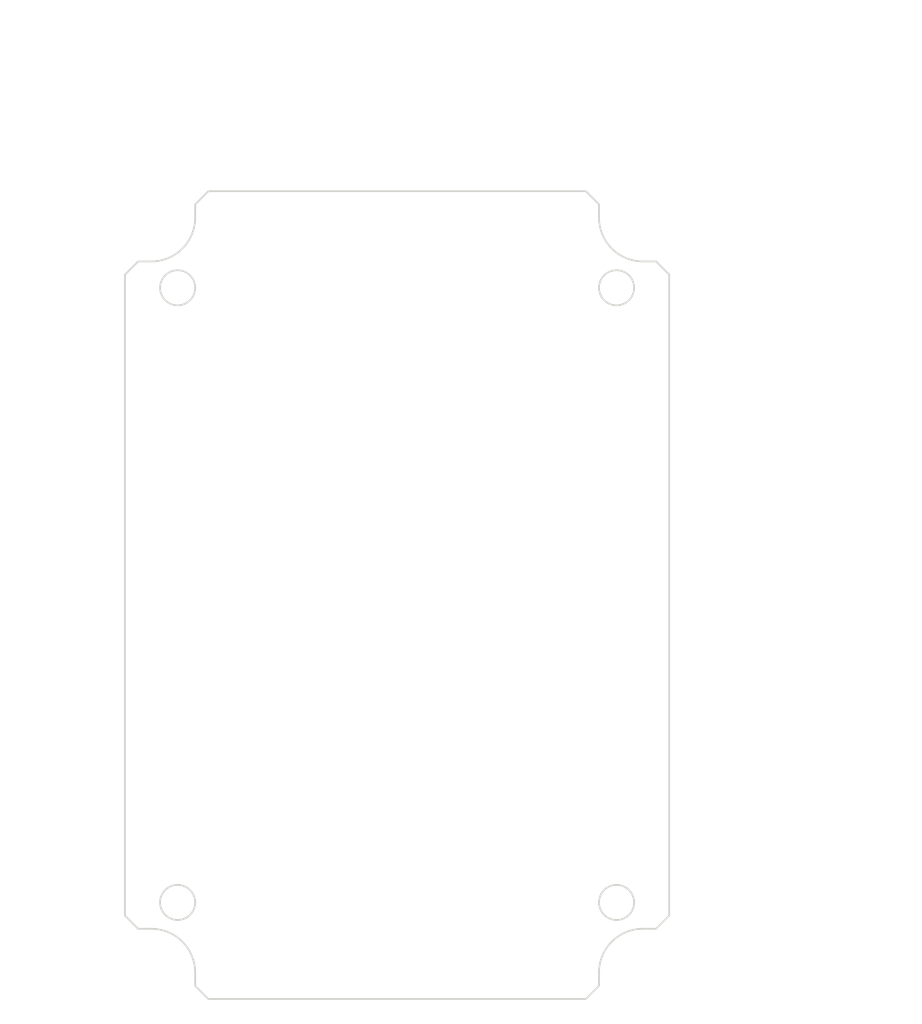
<source format=kicad_pcb>
(kicad_pcb (version 20171130) (host pcbnew "(5.1.0)-1")

  (general
    (thickness 1.6)
    (drawings 72)
    (tracks 0)
    (zones 0)
    (modules 0)
    (nets 1)
  )

  (page A4)
  (layers
    (0 F.Cu signal)
    (31 B.Cu signal)
    (32 B.Adhes user)
    (33 F.Adhes user)
    (34 B.Paste user)
    (35 F.Paste user)
    (36 B.SilkS user)
    (37 F.SilkS user)
    (38 B.Mask user)
    (39 F.Mask user)
    (40 Dwgs.User user)
    (41 Cmts.User user)
    (42 Eco1.User user)
    (43 Eco2.User user)
    (44 Edge.Cuts user)
    (45 Margin user)
    (46 B.CrtYd user)
    (47 F.CrtYd user)
    (48 B.Fab user)
    (49 F.Fab user)
  )

  (setup
    (last_trace_width 0.25)
    (trace_clearance 0.2)
    (zone_clearance 0.508)
    (zone_45_only no)
    (trace_min 0.2)
    (via_size 0.8)
    (via_drill 0.4)
    (via_min_size 0.4)
    (via_min_drill 0.3)
    (uvia_size 0.3)
    (uvia_drill 0.1)
    (uvias_allowed no)
    (uvia_min_size 0.2)
    (uvia_min_drill 0.1)
    (edge_width 0.05)
    (segment_width 0.2)
    (pcb_text_width 0.3)
    (pcb_text_size 1.5 1.5)
    (mod_edge_width 0.12)
    (mod_text_size 1 1)
    (mod_text_width 0.15)
    (pad_size 1.524 1.524)
    (pad_drill 0.762)
    (pad_to_mask_clearance 0.051)
    (solder_mask_min_width 0.25)
    (aux_axis_origin 0 0)
    (visible_elements FFFFFF7F)
    (pcbplotparams
      (layerselection 0x010fc_ffffffff)
      (usegerberextensions false)
      (usegerberattributes false)
      (usegerberadvancedattributes false)
      (creategerberjobfile false)
      (excludeedgelayer true)
      (linewidth 0.152400)
      (plotframeref false)
      (viasonmask false)
      (mode 1)
      (useauxorigin false)
      (hpglpennumber 1)
      (hpglpenspeed 20)
      (hpglpendiameter 15.000000)
      (psnegative false)
      (psa4output false)
      (plotreference true)
      (plotvalue true)
      (plotinvisibletext false)
      (padsonsilk false)
      (subtractmaskfromsilk false)
      (outputformat 1)
      (mirror false)
      (drillshape 1)
      (scaleselection 1)
      (outputdirectory ""))
  )

  (net 0 "")

  (net_class Default "This is the default net class."
    (clearance 0.2)
    (trace_width 0.25)
    (via_dia 0.8)
    (via_drill 0.4)
    (uvia_dia 0.3)
    (uvia_drill 0.1)
  )

  (gr_circle (center 126.042665 65.96958) (end 128.042665 65.96958) (layer Edge.Cuts) (width 0.2))
  (gr_line (start 120.042665 64.46958) (end 121.542665 62.96958) (layer Edge.Cuts) (width 0.2))
  (gr_line (start 128.042665 56.46958) (end 129.542665 54.96958) (layer Edge.Cuts) (width 0.2))
  (gr_line (start 120.042665 64.46958) (end 120.042665 137.46958) (layer Edge.Cuts) (width 0.2))
  (gr_line (start 123.042665 62.96958) (end 121.542665 62.96958) (layer Edge.Cuts) (width 0.2))
  (gr_arc (start 123.042665 57.96958) (end 123.042665 62.96958) (angle -90) (layer Edge.Cuts) (width 0.2))
  (gr_line (start 128.042665 56.46958) (end 128.042665 57.96958) (layer Edge.Cuts) (width 0.2))
  (gr_line (start 172.542665 54.96958) (end 129.542665 54.96958) (layer Edge.Cuts) (width 0.2))
  (gr_circle (center 176.042665 65.96958) (end 178.042665 65.96958) (layer Edge.Cuts) (width 0.2))
  (gr_line (start 172.542665 54.96958) (end 174.042665 56.46958) (layer Edge.Cuts) (width 0.2))
  (gr_line (start 174.042665 56.46958) (end 174.042665 57.96958) (layer Edge.Cuts) (width 0.2))
  (gr_arc (start 179.042665 57.96958) (end 174.042665 57.96958) (angle -90) (layer Edge.Cuts) (width 0.2))
  (gr_line (start 179.042665 62.96958) (end 180.542665 62.96958) (layer Edge.Cuts) (width 0.2))
  (gr_line (start 180.542665 62.96958) (end 182.042665 64.46958) (layer Edge.Cuts) (width 0.2))
  (gr_line (start 182.042665 64.46958) (end 182.042665 137.46958) (layer Edge.Cuts) (width 0.2))
  (gr_circle (center 126.042665 135.96958) (end 128.042665 135.96958) (layer Edge.Cuts) (width 0.2))
  (gr_line (start 129.542665 146.96958) (end 172.542665 146.96958) (layer Edge.Cuts) (width 0.2))
  (gr_arc (start 123.042665 143.96958) (end 128.042665 143.96958) (angle -90) (layer Edge.Cuts) (width 0.2))
  (gr_line (start 123.042665 138.96958) (end 121.542665 138.96958) (layer Edge.Cuts) (width 0.2))
  (gr_line (start 121.542665 138.96958) (end 120.042665 137.46958) (layer Edge.Cuts) (width 0.2))
  (gr_line (start 128.042665 145.46958) (end 128.042665 143.96958) (layer Edge.Cuts) (width 0.2))
  (gr_line (start 129.542665 146.96958) (end 128.042665 145.46958) (layer Edge.Cuts) (width 0.2))
  (gr_arc (start 179.042665 143.96958) (end 179.042665 138.96958) (angle -90) (layer Edge.Cuts) (width 0.2))
  (gr_circle (center 176.042665 135.96958) (end 178.042665 135.96958) (layer Edge.Cuts) (width 0.2))
  (gr_line (start 179.042665 138.96958) (end 180.542665 138.96958) (layer Edge.Cuts) (width 0.2))
  (gr_line (start 182.042665 137.46958) (end 180.542665 138.96958) (layer Edge.Cuts) (width 0.2))
  (gr_line (start 174.042665 145.46958) (end 174.042665 143.96958) (layer Edge.Cuts) (width 0.2))
  (gr_line (start 174.042665 145.46958) (end 172.542665 146.96958) (layer Edge.Cuts) (width 0.2))
  (gr_text [R0.20] (at 114.114164 148.475142) (layer Dwgs.User)
    (effects (font (size 1.7 1.53) (thickness 0.2125)))
  )
  (gr_text " R5.00" (at 114.114164 144.917707) (layer Dwgs.User)
    (effects (font (size 1.7 1.53) (thickness 0.2125)))
  )
  (gr_line (start 120.584935 146.585681) (end 125.096772 141.783111) (layer Dwgs.User) (width 0.2))
  (gr_line (start 118.584935 146.585681) (end 120.584935 146.585681) (layer Dwgs.User) (width 0.2))
  (gr_line (start 126.042665 66.05958) (end 126.042665 65.87958) (layer Dwgs.User) (width 0.2))
  (gr_line (start 125.952665 65.96958) (end 126.132665 65.96958) (layer Dwgs.User) (width 0.2))
  (gr_text " ∅4.00\n[∅0.16]" (at 110.600695 70.992334) (layer Dwgs.User)
    (effects (font (size 1.7 1.53) (thickness 0.2125)))
  )
  (gr_line (start 117.137564 70.992334) (end 122.558645 67.934676) (layer Dwgs.User) (width 0.2))
  (gr_line (start 115.137564 70.992334) (end 117.137564 70.992334) (layer Dwgs.User) (width 0.2))
  (gr_text [.24] (at 111.208647 92.055848) (layer Dwgs.User)
    (effects (font (size 1.7 1.53) (thickness 0.2125)))
  )
  (gr_text " 6.00" (at 111.208647 88.498413) (layer Dwgs.User)
    (effects (font (size 1.7 1.53) (thickness 0.2125)))
  )
  (gr_line (start 120.042665 90.166387) (end 114.592856 90.166387) (layer Dwgs.User) (width 0.2))
  (gr_line (start 124.042665 90.166387) (end 122.042665 90.166387) (layer Dwgs.User) (width 0.2))
  (gr_line (start 126.042665 66.96958) (end 126.042665 93.341387) (layer Dwgs.User) (width 0.2))
  (gr_text [1.97] (at 157.042665 73.706091) (layer Dwgs.User)
    (effects (font (size 1.7 1.53) (thickness 0.2125)))
  )
  (gr_text " 50.00" (at 157.042665 70.148656) (layer Dwgs.User)
    (effects (font (size 1.7 1.53) (thickness 0.2125)))
  )
  (gr_line (start 128.042665 71.81663) (end 152.998054 71.81663) (layer Dwgs.User) (width 0.2))
  (gr_line (start 174.042665 71.81663) (end 161.087277 71.81663) (layer Dwgs.User) (width 0.2))
  (gr_line (start 126.042665 66.96958) (end 126.042665 74.99163) (layer Dwgs.User) (width 0.2))
  (gr_line (start 176.042665 66.96958) (end 176.042665 74.99163) (layer Dwgs.User) (width 0.2))
  (gr_text [2.99] (at 194.642306 83.859041) (layer Dwgs.User)
    (effects (font (size 1.7 1.53) (thickness 0.2125)))
  )
  (gr_text " 76.00" (at 194.642306 80.301606) (layer Dwgs.User)
    (effects (font (size 1.7 1.53) (thickness 0.2125)))
  )
  (gr_line (start 194.642306 136.96958) (end 194.642306 85.527015) (layer Dwgs.User) (width 0.2))
  (gr_line (start 194.642306 64.96958) (end 194.642306 78.412145) (layer Dwgs.User) (width 0.2))
  (gr_line (start 181.542665 138.96958) (end 197.817306 138.96958) (layer Dwgs.User) (width 0.2))
  (gr_line (start 181.542665 62.96958) (end 197.817306 62.96958) (layer Dwgs.User) (width 0.2))
  (gr_text [1.81] (at 144.542665 50.175617) (layer Dwgs.User)
    (effects (font (size 1.7 1.53) (thickness 0.2125)))
  )
  (gr_text " 46.00" (at 144.542665 46.618181) (layer Dwgs.User)
    (effects (font (size 1.7 1.53) (thickness 0.2125)))
  )
  (gr_line (start 172.042665 48.286155) (end 148.587277 48.286155) (layer Dwgs.User) (width 0.2))
  (gr_line (start 130.042665 48.286155) (end 140.498054 48.286155) (layer Dwgs.User) (width 0.2))
  (gr_line (start 174.042665 55.46958) (end 174.042665 45.111155) (layer Dwgs.User) (width 0.2))
  (gr_line (start 128.042665 55.46958) (end 128.042665 45.111155) (layer Dwgs.User) (width 0.2))
  (gr_text [3.62] (at 206.829751 84.859041) (layer Dwgs.User)
    (effects (font (size 1.7 1.53) (thickness 0.2125)))
  )
  (gr_text " 92.00" (at 206.829751 81.301606) (layer Dwgs.User)
    (effects (font (size 1.7 1.53) (thickness 0.2125)))
  )
  (gr_line (start 206.829751 144.96958) (end 206.829751 86.527015) (layer Dwgs.User) (width 0.2))
  (gr_line (start 206.829751 56.96958) (end 206.829751 79.412145) (layer Dwgs.User) (width 0.2))
  (gr_line (start 173.542665 146.96958) (end 210.004751 146.96958) (layer Dwgs.User) (width 0.2))
  (gr_line (start 173.542665 54.96958) (end 210.004751 54.96958) (layer Dwgs.User) (width 0.2))
  (gr_text [2.44] (at 145.542665 38.359041) (layer Dwgs.User)
    (effects (font (size 1.7 1.53) (thickness 0.2125)))
  )
  (gr_text " 62.00" (at 145.542665 34.801606) (layer Dwgs.User)
    (effects (font (size 1.7 1.53) (thickness 0.2125)))
  )
  (gr_line (start 180.042665 36.46958) (end 149.587277 36.46958) (layer Dwgs.User) (width 0.2))
  (gr_line (start 122.042665 36.46958) (end 141.498054 36.46958) (layer Dwgs.User) (width 0.2))
  (gr_line (start 182.042665 63.46958) (end 182.042665 33.29458) (layer Dwgs.User) (width 0.2))
  (gr_line (start 120.042665 63.46958) (end 120.042665 33.29458) (layer Dwgs.User) (width 0.2))

)

</source>
